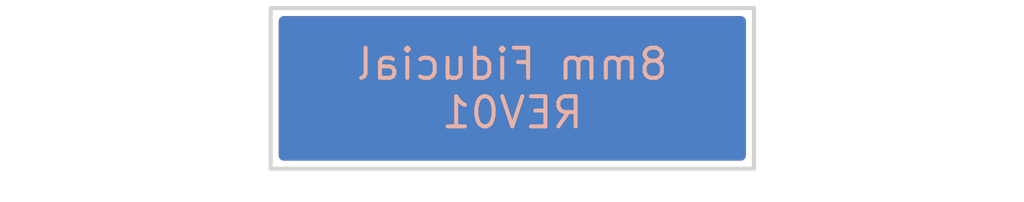
<source format=kicad_pcb>
(kicad_pcb (version 20221018) (generator pcbnew)
  (layers (0 "F.Cu" signal) (31 "B.Cu" signal) (34 "B.Paste" user) (35 "F.Paste" user) (36 "B.SilkS" user "B.Silkscreen") (37 "F.SilkS" user "F.Silkscreen") (38 "B.Mask" user) (39 "F.Mask" user) (44 "Edge.Cuts" user))
  (net 0 "")
  (footprint "Fiducial:Fiducial_1mm_Mask2mm" (layer "F.Cu") (at 6 -2)
    (fp_text reference "REF**" hide)
    (fp_text value "Fiducial_1mm_Mask2mm")
    (pad "" smd circle (at 0 0) (size 1 1) (layers "F.Cu" "F.Mask") (clearance 0.5))
  )
  (footprint "Fiducial:Fiducial_0.5mm_Mask1.5mm" (layer "F.Cu") (at 8 -2)
    (fp_text reference "REF**" hide)
    (fp_text value "Fiducial_0.5mm_Mask1.5mm")
    (pad "" smd circle (at 0 0) (size 0.5 0.5) (layers "F.Cu" "F.Mask") (clearance 0.5))
  )
  (footprint "Fiducial:Fiducial_0.5mm_Mask1.5mm" (layer "F.Cu") (at 4 -2)
    (fp_text reference "REF**" hide)
    (fp_text value "Fiducial_0.5mm_Mask1.5mm")
    (pad "" smd circle (at 0 0) (size 0.5 0.5) (layers "F.Cu" "F.Mask") (clearance 0.5))
  )
  (gr_line (start 0 0) (end 12 0) (stroke (width 0.1)) (layer "Edge.Cuts"))
  (gr_line (start 0 -4) (end 0 0) (stroke (width 0.1)) (layer "Edge.Cuts"))
  (gr_line (start 12 -4) (end 0 -4) (stroke (width 0.1)) (layer "Edge.Cuts"))
  (gr_line (start 12 0) (end 12 -4) (stroke (width 0.1)) (layer "Edge.Cuts"))
  (gr_text "8mm Fiducial\nREV01" (at 6 -2) (layer "B.SilkS") (effects (font (size 0.75 0.75) (thickness 0.1)) (justify mirror)))
  (zone (net 0) (net_name "") (layers "F&B.Cu") (connect_pads (clearance 0.2)) (min_thickness 0.25) (fill yes (thermal_gap 0.5) (thermal_bridge_width 0.5) (island_removal_mode 1) (island_area_min 10))
    (polygon (pts (xy -0.2 -4.2) (xy -0.2 0.2) (xy 12.2 0.2) (xy 12.2 -4.2)))
  )
)
</source>
